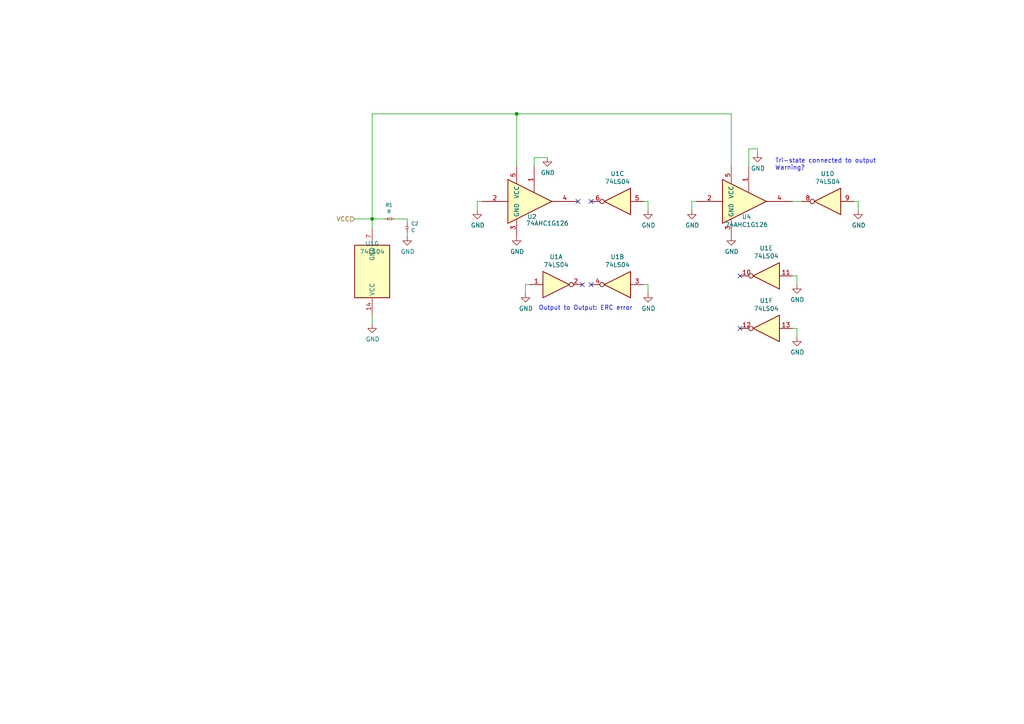
<source format=kicad_sch>
(kicad_sch (version 20230409) (generator eeschema)
  (paper "A4")
  (lib_symbols
    (symbol "74xGxx:74AHC1G126"
      (property "Reference" "U" (at -2.54 3.81 0))
      (property "Value" "74AHC1G126" (at 0 -3.81 0))
      (symbol "74AHC1G126_0_1"
        (polyline (pts (xy -7.62 6.35) (xy -7.62 -6.35) (xy 5.08 0) (xy -7.62 6.35)) (stroke (width 0.254)) (fill (type background)))
      )
      (symbol "74AHC1G126_1_1"
        (pin input line (at 0 10.16 270) (length 7.62) (name "~") (number "1"))
        (pin input line (at -15.24 0 0) (length 7.62) (name "~") (number "2"))
        (pin power_in line (at -5.08 -10.16 90) (length 5.08) (name "GND") (number "3"))
        (pin tri_state line (at 12.7 0 180) (length 7.62) (name "~") (number "4"))
        (pin power_in line (at -5.08 10.16 270) (length 5.08) (name "VCC") (number "5"))
      )
    )
    (symbol "74xx:74LS04"
      (property "Reference" "U" (at 0 1.27 0))
      (property "Value" "74LS04" (at 0 -1.27 0))
      (symbol "74LS04_1_0"
        (polyline (pts (xy -3.81 3.81) (xy -3.81 -3.81) (xy 3.81 0) (xy -3.81 3.81)) (stroke (width 0.254)) (fill (type background)))
        (pin input line (at -7.62 0 0) (length 3.81) (name "~") (number "1"))
        (pin output inverted (at 7.62 0 180) (length 3.81) (name "~") (number "2"))
      )
      (symbol "74LS04_2_0"
        (polyline (pts (xy -3.81 3.81) (xy -3.81 -3.81) (xy 3.81 0) (xy -3.81 3.81)) (stroke (width 0.254)) (fill (type background)))
        (pin input line (at -7.62 0 0) (length 3.81) (name "~") (number "3"))
        (pin output inverted (at 7.62 0 180) (length 3.81) (name "~") (number "4"))
      )
      (symbol "74LS04_3_0"
        (polyline (pts (xy -3.81 3.81) (xy -3.81 -3.81) (xy 3.81 0) (xy -3.81 3.81)) (stroke (width 0.254)) (fill (type background)))
        (pin input line (at -7.62 0 0) (length 3.81) (name "~") (number "5"))
        (pin output inverted (at 7.62 0 180) (length 3.81) (name "~") (number "6"))
      )
      (symbol "74LS04_4_0"
        (polyline (pts (xy -3.81 3.81) (xy -3.81 -3.81) (xy 3.81 0) (xy -3.81 3.81)) (stroke (width 0.254)) (fill (type background)))
        (pin output inverted (at 7.62 0 180) (length 3.81) (name "~") (number "8"))
        (pin input line (at -7.62 0 0) (length 3.81) (name "~") (number "9"))
      )
      (symbol "74LS04_5_0"
        (polyline (pts (xy -3.81 3.81) (xy -3.81 -3.81) (xy 3.81 0) (xy -3.81 3.81)) (stroke (width 0.254)) (fill (type background)))
        (pin output inverted (at 7.62 0 180) (length 3.81) (name "~") (number "10"))
        (pin input line (at -7.62 0 0) (length 3.81) (name "~") (number "11"))
      )
      (symbol "74LS04_6_0"
        (polyline (pts (xy -3.81 3.81) (xy -3.81 -3.81) (xy 3.81 0) (xy -3.81 3.81)) (stroke (width 0.254)) (fill (type background)))
        (pin output inverted (at 7.62 0 180) (length 3.81) (name "~") (number "12"))
        (pin input line (at -7.62 0 0) (length 3.81) (name "~") (number "13"))
      )
      (symbol "74LS04_7_0"
        (pin power_in line (at 0 12.7 270) (length 5.08) (name "VCC") (number "14"))
        (pin power_in line (at 0 -12.7 90) (length 5.08) (name "GND") (number "7"))
      )
      (symbol "74LS04_7_1"
        (rectangle (start -5.08 7.62) (end 5.08 -7.62) (stroke (width 0.254)) (fill (type background)))
      )
    )
    (symbol "fail-project-rescue:C-passive" (pin_numbers hide) (pin_names (offset 1.016) hide)
      (property "Reference" "C" (at 0 1.27 0))
      (property "Value" "C-passive" (at 0 -1.27 0))
      (symbol "C-passive_0_1"
        (polyline (pts (xy -0.635 0) (xy -1.27 0)))
        (polyline (pts (xy -0.635 0) (xy -0.381 0)))
        (polyline (pts (xy -0.254 0.381) (xy -0.254 -0.381)))
        (polyline (pts (xy 0.254 0.381) (xy 0.254 -0.381)))
        (polyline (pts (xy 0.635 0) (xy 0.254 0)))
        (polyline (pts (xy 1.27 0) (xy 0.635 0)))
      )
      (symbol "C-passive_1_1"
        (pin passive line (at -1.27 0 0) (length 0) (name "1") (number "1"))
        (pin passive line (at 1.27 0 0) (length 0) (name "2") (number "2"))
      )
    )
    (symbol "fail-project-rescue:R-passive" (pin_numbers hide) (pin_names (offset 1.016) hide)
      (property "Reference" "R" (at 0 1.27 0))
      (property "Value" "R-passive" (at 0 -1.27 0))
      (symbol "R-passive_0_1"
        (polyline (pts (xy -0.635 0) (xy -1.27 0)))
        (polyline (pts (xy 1.27 0) (xy 0.635 0)))
        (rectangle (start 0.635 0.254) (end -0.635 -0.254) (fill (type background)))
      )
      (symbol "R-passive_1_1"
        (pin passive line (at -1.27 0 0) (length 0) (name "1") (number "1"))
        (pin passive line (at 1.27 0 0) (length 0) (name "2") (number "2"))
      )
    )
    (symbol "power:GND" (power) (pin_names (offset 0))
      (property "Value" "GND" (at 0 -3.81 0))
      (symbol "GND_0_1"
        (polyline (pts (xy 0 0) (xy 0 -1.27) (xy 1.27 -1.27) (xy 0 -2.54) (xy -1.27 -1.27) (xy 0 -1.27)))
      )
      (symbol "GND_1_1"
        (pin power_in line (at 0 0 270) (length 0) hide (name "GND") (number "1"))
      )
    )
  )
  (junction (at 107.95 63.5))
  (junction (at 149.86 33.02))
  (no_connect (at 167.64 58.42))
  (no_connect (at 171.45 82.55))
  (no_connect (at 168.91 82.55))
  (no_connect (at 171.45 58.42))
  (no_connect (at 214.63 80.01))
  (no_connect (at 214.63 95.25))
  (wire (pts (xy 229.87 58.42) (xy 232.41 58.42)))
  (wire (pts (xy 248.92 58.42) (xy 248.92 60.96)))
  (wire (pts (xy 200.66 58.42) (xy 200.66 60.96)))
  (wire (pts (xy 231.14 80.01) (xy 231.14 82.55)))
  (wire (pts (xy 247.65 58.42) (xy 248.92 58.42)))
  (wire (pts (xy 229.87 95.25) (xy 231.14 95.25)))
  (wire (pts (xy 107.95 63.5) (xy 107.95 66.04)))
  (wire (pts (xy 102.87 63.5) (xy 107.95 63.5)))
  (wire (pts (xy 187.96 58.42) (xy 187.96 60.96)))
  (wire (pts (xy 118.11 63.5) (xy 118.11 64.77)))
  (wire (pts (xy 107.95 63.5) (xy 111.76 63.5)))
  (wire (pts (xy 149.86 33.02) (xy 149.86 48.26)))
  (wire (pts (xy 114.3 63.5) (xy 118.11 63.5)))
  (wire (pts (xy 138.43 58.42) (xy 138.43 60.96)))
  (wire (pts (xy 186.69 82.55) (xy 187.96 82.55)))
  (wire (pts (xy 149.86 33.02) (xy 107.95 33.02)))
  (wire (pts (xy 139.7 58.42) (xy 138.43 58.42)))
  (wire (pts (xy 201.93 58.42) (xy 200.66 58.42)))
  (wire (pts (xy 217.17 48.26) (xy 217.17 43.18)))
  (wire (pts (xy 231.14 95.25) (xy 231.14 97.79)))
  (wire (pts (xy 153.67 82.55) (xy 152.4 82.55)))
  (wire (pts (xy 107.95 91.44) (xy 107.95 93.98)))
  (wire (pts (xy 186.69 58.42) (xy 187.96 58.42)))
  (wire (pts (xy 154.94 45.72) (xy 154.94 48.26)))
  (wire (pts (xy 158.75 45.72) (xy 154.94 45.72)))
  (wire (pts (xy 212.09 48.26) (xy 212.09 33.02)))
  (wire (pts (xy 219.71 43.18) (xy 217.17 43.18)))
  (wire (pts (xy 212.09 33.02) (xy 149.86 33.02)))
  (wire (pts (xy 219.71 43.18) (xy 219.71 44.45)))
  (wire (pts (xy 107.95 33.02) (xy 107.95 63.5)))
  (wire (pts (xy 118.11 67.31) (xy 118.11 68.58)))
  (wire (pts (xy 187.96 82.55) (xy 187.96 85.09)))
  (wire (pts (xy 229.87 80.01) (xy 231.14 80.01)))
  (wire (pts (xy 152.4 82.55) (xy 152.4 85.09)))
  (text "Tri-state connected to output\nWarning?" (at 224.79 49.53 0) (effects (font (size 1.27 1.27)) (justify left bottom)))
  (text "Output to Output: ERC error" (at 156.21 90.17 0) (effects (font (size 1.27 1.27)) (justify left bottom)))
  (hierarchical_label "VCC" (shape input) (at 102.87 63.5 180))
  (symbol (lib_id "fail-project-rescue:R-passive") (at 113.03 63.5 0) (unit 1)
    (property "Reference" "R1" (at 112.8268 59.4868 0) (effects (font (size 1.016 1.016))))
    (property "Value" "R" (at 112.8268 61.4172 0) (effects (font (size 1.016 1.016))))
    (property "Footprint" "Resistor_SMD:R_0402_1005Metric" (effects hide))
  )
  (symbol (lib_id "fail-project-rescue:C-passive") (at 118.11 66.04 270) (unit 1)
    (property "Reference" "C2" (at 119.2276 64.8716 90) (effects (font (size 1.016 1.016)) (justify left)))
    (property "Value" "C" (at 119.2276 66.802 90) (effects (font (size 1.016 1.016)) (justify left)))
    (property "Footprint" "Capacitor_SMD:C_0402_1005Metric" (effects hide))
  )
  (symbol (lib_id "power:GND") (at 118.11 68.58 0) (unit 1)
    (property "Reference" "#PWR03" (effects hide))
    (property "Value" "GND" (at 118.237 72.9742 0))
  )
  (symbol (lib_id "74xx:74LS04") (at 161.29 82.55 0) (unit 1)
    (property "Reference" "U1" (at 161.29 74.4982 0))
    (property "Value" "74LS04" (at 161.29 76.8096 0))
    (property "Datasheet" "http://www.ti.com/lit/gpn/sn74LS04" (effects hide))
  )
  (symbol (lib_id "74xx:74LS04") (at 179.07 82.55 180) (unit 2)
    (property "Reference" "U1" (at 179.07 74.4982 0))
    (property "Value" "74LS04" (at 179.07 76.8096 0))
    (property "Datasheet" "http://www.ti.com/lit/gpn/sn74LS04" (effects hide))
  )
  (symbol (lib_id "power:GND") (at 187.96 85.09 0) (unit 1)
    (property "Reference" "#PWR05" (effects hide))
    (property "Value" "GND" (at 188.087 89.4842 0))
  )
  (symbol (lib_id "power:GND") (at 152.4 85.09 0) (unit 1)
    (property "Reference" "#PWR04" (effects hide))
    (property "Value" "GND" (at 152.527 89.4842 0))
  )
  (symbol (lib_id "power:GND") (at 107.95 93.98 0) (unit 1)
    (property "Reference" "#PWR011" (effects hide))
    (property "Value" "GND" (at 108.077 98.3742 0))
  )
  (symbol (lib_id "power:GND") (at 138.43 60.96 0) (unit 1)
    (property "Reference" "#PWR0101" (effects hide))
    (property "Value" "GND" (at 138.557 65.3542 0))
  )
  (symbol (lib_id "power:GND") (at 149.86 68.58 0) (unit 1)
    (property "Reference" "#PWR012" (effects hide))
    (property "Value" "GND" (at 149.987 72.9742 0))
  )
  (symbol (lib_id "power:GND") (at 200.66 60.96 0) (unit 1)
    (property "Reference" "#PWR06" (effects hide))
    (property "Value" "GND" (at 200.787 65.3542 0))
  )
  (symbol (lib_id "74xGxx:74AHC1G126") (at 154.94 58.42 0) (unit 1)
    (property "Reference" "U2" (at 154.305 62.8714 0))
    (property "Value" "74AHC1G126" (at 158.75 64.77 0))
    (property "Datasheet" "http://www.ti.com/lit/sg/scyt129e/scyt129e.pdf" (effects hide))
  )
  (symbol (lib_id "power:GND") (at 212.09 68.58 0) (unit 1)
    (property "Reference" "#PWR013" (effects hide))
    (property "Value" "GND" (at 212.217 72.9742 0))
  )
  (symbol (lib_id "power:GND") (at 158.75 45.72 0) (unit 1)
    (property "Reference" "#PWR0103" (effects hide))
    (property "Value" "GND" (at 158.877 50.1142 0))
  )
  (symbol (lib_id "74xx:74LS04") (at 222.25 80.01 180) (unit 5)
    (property "Reference" "U1" (at 222.25 71.9582 0))
    (property "Value" "74LS04" (at 222.25 74.2696 0))
    (property "Datasheet" "http://www.ti.com/lit/gpn/sn74LS04" (effects hide))
  )
  (symbol (lib_id "74xGxx:74AHC1G126") (at 217.17 58.42 0) (unit 1)
    (property "Reference" "U4" (at 216.535 62.8714 0))
    (property "Value" "74AHC1G126" (at 216.535 65.1701 0))
    (property "Datasheet" "http://www.ti.com/lit/sg/scyt129e/scyt129e.pdf" (effects hide))
  )
  (symbol (lib_id "power:GND") (at 231.14 82.55 0) (unit 1)
    (property "Reference" "#PWR09" (effects hide))
    (property "Value" "GND" (at 231.267 86.9442 0))
  )
  (symbol (lib_id "74xx:74LS04") (at 179.07 58.42 180) (unit 3)
    (property "Reference" "U1" (at 179.07 50.3682 0))
    (property "Value" "74LS04" (at 179.07 52.6796 0))
    (property "Datasheet" "http://www.ti.com/lit/gpn/sn74LS04" (effects hide))
  )
  (symbol (lib_id "power:GND") (at 219.71 44.45 0) (unit 1)
    (property "Reference" "#PWR07" (effects hide))
    (property "Value" "GND" (at 219.837 48.8442 0))
  )
  (symbol (lib_id "74xx:74LS04") (at 107.95 78.74 180) (unit 7)
    (property "Reference" "U1" (at 107.95 70.6882 0))
    (property "Value" "74LS04" (at 107.95 72.9996 0))
    (property "Datasheet" "http://www.ti.com/lit/gpn/sn74LS04" (effects hide))
  )
  (symbol (lib_id "74xx:74LS04") (at 222.25 95.25 180) (unit 6)
    (property "Reference" "U1" (at 222.25 87.1982 0))
    (property "Value" "74LS04" (at 222.25 89.5096 0))
    (property "Datasheet" "http://www.ti.com/lit/gpn/sn74LS04" (effects hide))
  )
  (symbol (lib_id "power:GND") (at 231.14 97.79 0) (unit 1)
    (property "Reference" "#PWR010" (effects hide))
    (property "Value" "GND" (at 231.267 102.1842 0))
  )
  (symbol (lib_id "74xx:74LS04") (at 240.03 58.42 180) (unit 4)
    (property "Reference" "U1" (at 240.03 50.3682 0))
    (property "Value" "74LS04" (at 240.03 52.6796 0))
    (property "Datasheet" "http://www.ti.com/lit/gpn/sn74LS04" (effects hide))
  )
  (symbol (lib_id "power:GND") (at 187.96 60.96 0) (unit 1)
    (property "Reference" "#PWR0102" (effects hide))
    (property "Value" "GND" (at 188.087 65.3542 0))
  )
  (symbol (lib_id "power:GND") (at 248.92 60.96 0) (unit 1)
    (property "Reference" "#PWR08" (effects hide))
    (property "Value" "GND" (at 249.047 65.3542 0))
  )
)
</source>
